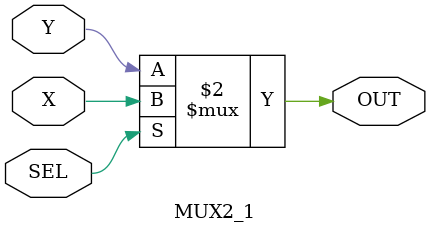
<source format=v>
/********************************************************************
 ***														   	  ***
 *** EE 526 L Experiment #6			   Juan Silva, Spring 2019    ***
 *** 														   	  ***
 *** Carry Select Adder										 	  ***
 ********************************************************************
 *** Filename: MUX2_1.v		 	Created By Juan Silva 3/14/19 	  ***
 ***														   	  ***
 ********************************************************************
 ********************************************************************/

`timescale 1 ns / 1 ns

module MUX2_1(OUT, X, Y, SEL);

output OUT;
reg OUT;

input X, Y, SEL; 


//Assign gate delays to MUX
specify 
	(X,Y *> OUT) = 2;
	(SEL => OUT) = 3;
endspecify


always @(X or Y or SEL) begin
	
	OUT = SEL ? X : Y;		//ternary, select A, B, or X
end	

endmodule
</source>
